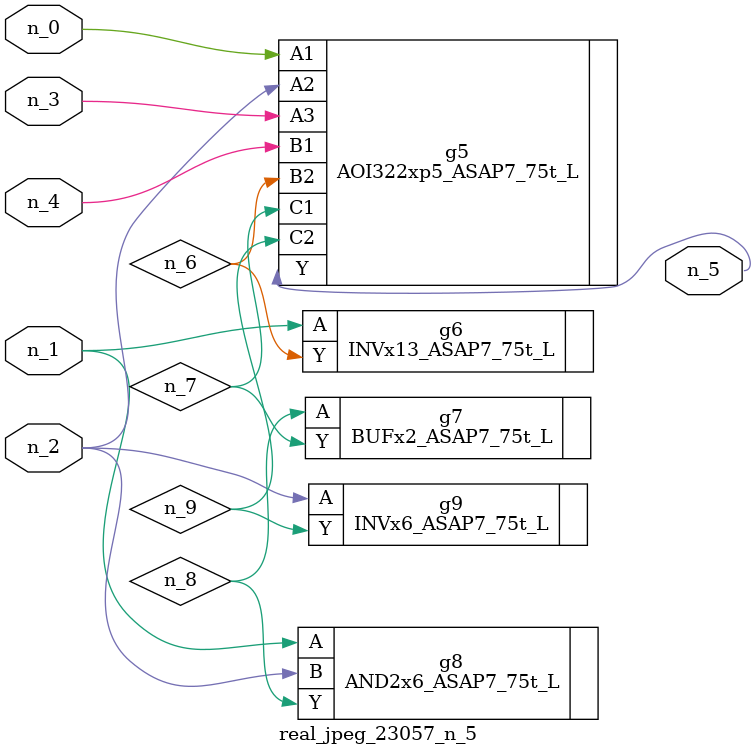
<source format=v>
module real_jpeg_23057_n_5 (n_4, n_0, n_1, n_2, n_3, n_5);

input n_4;
input n_0;
input n_1;
input n_2;
input n_3;

output n_5;

wire n_8;
wire n_6;
wire n_7;
wire n_9;

AOI322xp5_ASAP7_75t_L g5 ( 
.A1(n_0),
.A2(n_2),
.A3(n_3),
.B1(n_4),
.B2(n_6),
.C1(n_7),
.C2(n_9),
.Y(n_5)
);

INVx13_ASAP7_75t_L g6 ( 
.A(n_1),
.Y(n_6)
);

AND2x6_ASAP7_75t_L g8 ( 
.A(n_1),
.B(n_2),
.Y(n_8)
);

INVx6_ASAP7_75t_L g9 ( 
.A(n_2),
.Y(n_9)
);

BUFx2_ASAP7_75t_L g7 ( 
.A(n_8),
.Y(n_7)
);


endmodule
</source>
